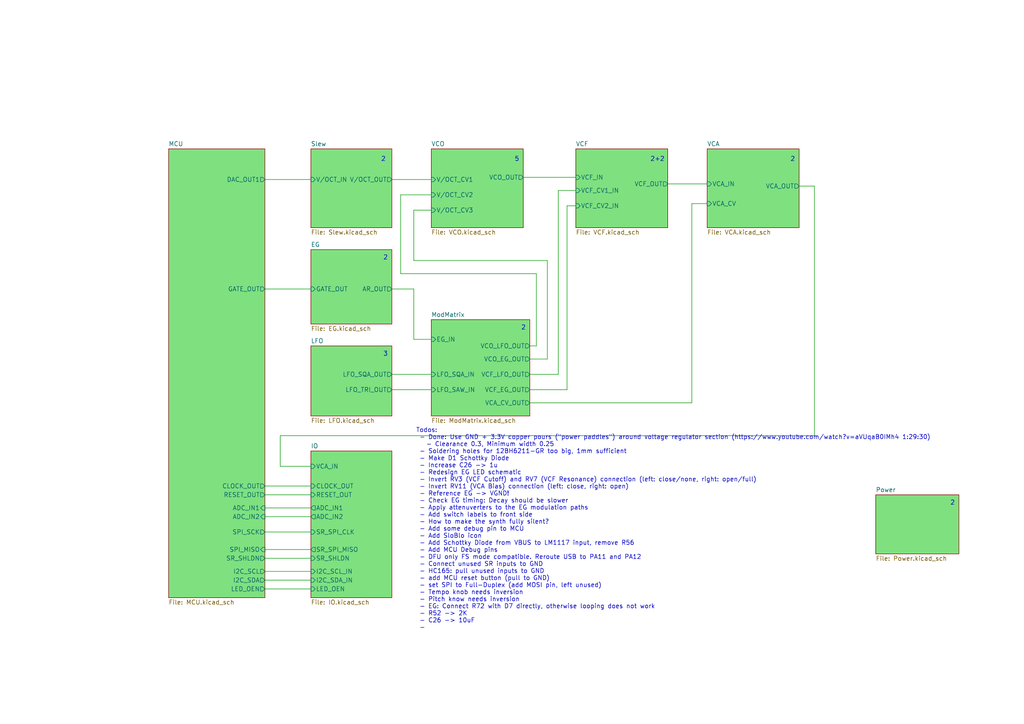
<source format=kicad_sch>
(kicad_sch (version 20211123) (generator eeschema)
  (paper "A4")
  (title_block (title "LivSynth") (date "2022-07-18") (rev "${Version}") (company "SloBlo Labs"))
  (lib_symbols)
  (wire (pts (xy 200.66 59.055) (xy 205.105 59.055)))
  (wire (pts (xy 76.835 52.07) (xy 90.17 52.07)))
  (wire (pts (xy 120.015 98.425) (xy 125.095 98.425)))
  (wire (pts (xy 153.67 100.33) (xy 155.575 100.33)))
  (wire (pts (xy 164.465 113.03) (xy 164.465 59.69)))
  (wire (pts (xy 113.665 52.07) (xy 125.095 52.07)))
  (wire (pts (xy 161.925 108.585) (xy 161.925 55.245)))
  (wire (pts (xy 158.75 75.565) (xy 120.015 75.565)))
  (wire (pts (xy 158.75 104.14) (xy 158.75 75.565)))
  (wire (pts (xy 113.665 108.585) (xy 125.095 108.585)))
  (wire (pts (xy 76.835 159.385) (xy 90.17 159.385)))
  (wire (pts (xy 153.67 113.03) (xy 164.465 113.03)))
  (wire (pts (xy 76.835 170.815) (xy 90.17 170.815)))
  (wire (pts (xy 76.835 165.735) (xy 90.17 165.735)))
  (wire (pts (xy 161.925 55.245) (xy 167.005 55.245)))
  (wire (pts (xy 200.66 59.055) (xy 200.66 116.84)))
  (wire (pts (xy 120.015 75.565) (xy 120.015 60.96)))
  (wire (pts (xy 153.67 104.14) (xy 158.75 104.14)))
  (wire (pts (xy 236.22 53.975) (xy 231.775 53.975)))
  (wire (pts (xy 76.835 143.51) (xy 90.17 143.51)))
  (wire (pts (xy 193.675 53.34) (xy 205.105 53.34)))
  (wire (pts (xy 116.205 79.375) (xy 116.205 56.515)))
  (wire (pts (xy 76.835 149.86) (xy 90.17 149.86)))
  (wire (pts (xy 90.17 135.255) (xy 81.28 135.255)))
  (wire (pts (xy 113.665 113.03) (xy 125.095 113.03)))
  (wire (pts (xy 164.465 59.69) (xy 167.005 59.69)))
  (wire (pts (xy 155.575 79.375) (xy 116.205 79.375)))
  (wire (pts (xy 113.665 83.82) (xy 120.015 83.82)))
  (wire (pts (xy 153.67 116.84) (xy 200.66 116.84)))
  (wire (pts (xy 120.015 60.96) (xy 125.095 60.96)))
  (wire (pts (xy 151.765 51.435) (xy 167.005 51.435)))
  (wire (pts (xy 76.835 161.925) (xy 90.17 161.925)))
  (wire (pts (xy 81.28 126.365) (xy 236.22 126.365)))
  (wire (pts (xy 120.015 83.82) (xy 120.015 98.425)))
  (wire (pts (xy 76.835 140.97) (xy 90.17 140.97)))
  (wire (pts (xy 76.835 154.305) (xy 90.17 154.305)))
  (wire (pts (xy 155.575 100.33) (xy 155.575 79.375)))
  (wire (pts (xy 81.28 135.255) (xy 81.28 126.365)))
  (wire (pts (xy 116.205 56.515) (xy 125.095 56.515)))
  (wire (pts (xy 76.835 83.82) (xy 90.17 83.82)))
  (wire (pts (xy 236.22 126.365) (xy 236.22 53.975)))
  (wire (pts (xy 76.835 147.32) (xy 90.17 147.32)))
  (wire (pts (xy 153.67 108.585) (xy 161.925 108.585)))
  (wire (pts (xy 76.835 168.275) (xy 90.17 168.275)))
  (text "2" (at 110.49 46.99 0) (effects (font (size 1.27 1.27)) (justify left bottom)))
  (text "2" (at 111.125 75.565 0) (effects (font (size 1.27 1.27)) (justify left bottom)))
  (text "3" (at 111.125 103.505 0) (effects (font (size 1.27 1.27)) (justify left bottom)))
  (text "2" (at 151.13 95.885 0) (effects (font (size 1.27 1.27)) (justify left bottom)))
  (text "Todos:\n - Done: Use GND + 3.3V copper pours (\"power paddles\") around voltage regulator section (https://www.youtube.com/watch?v=aVUqaB0IMh4 1:29:30)\n   - Clearance 0.3, Minimum width 0.25\n - Soldering holes for 12BH6211-GR too big, 1mm sufficient\n - Make D1 Schottky Diode\n - Increase C26 -> 1u\n - Redesign EG LED schematic\n - Invert RV3 (VCF Cutoff) and RV7 (VCF Resonance) connection (left: close/none, right: open/full)\n - Invert RV11 (VCA Bias) connection (left: close, right: open)\n - Reference EG -> VGND!\n - Check EG timing: Decay should be slower\n - Apply attenuverters to the EG modulation paths\n - Add switch labels to front side\n - How to make the synth fully silent?\n - Add some debug pin to MCU\n - Add SloBlo icon\n - Add Schottky Diode from VBUS to LM1117 input, remove R56\n - Add MCU Debug pins\n - DFU only FS mode compatible. Reroute USB to PA11 and PA12\n - Connect unused SR inputs to GND\n - HC165: pull unused inputs to GND\n - add MCU reset button (pull to GND)\n - set SPI to Full-Duplex (add MOSI pin, left unused)\n - Tempo knob needs inversion\n - Pitch know needs inversion\n - EG: Connect R72 with D7 directly, otherwise looping does not work\n - R52 -> 2K\n - C26 -> 10uF\n - " (at 120.65 182.88 0) (effects (font (size 1.27 1.27)) (justify left bottom)))
  (text "2+2" (at 188.595 46.99 0) (effects (font (size 1.27 1.27)) (justify left bottom)))
  (text "2" (at 275.59 146.685 0) (effects (font (size 1.27 1.27)) (justify left bottom)))
  (text "5" (at 149.225 46.99 0) (effects (font (size 1.27 1.27)) (justify left bottom)))
  (text "2" (at 229.235 46.99 0) (effects (font (size 1.27 1.27)) (justify left bottom)))
  (sheet (at 167.005 43.18) (size 26.67 22.86) (stroke (width 0.1524)) (fill (color 0 194 0 0.5000))
    (property "Sheet name" "VCF" (at 167.005 42.4684 0) (effects (justify left bottom)))
    (property "Sheet file" "VCF.kicad_sch" (at 167.005 66.6246 0) (effects (justify left top)))
    (pin "VCF_IN" input (at 167.005 51.435 180))
    (pin "VCF_OUT" output (at 193.675 53.34 0))
    (pin "VCF_CV1_IN" input (at 167.005 55.245 180))
    (pin "VCF_CV2_IN" input (at 167.005 59.69 180))
  )
  (sheet (at 254 143.51) (size 24.13 17.145) (stroke (width 0.1524)) (fill (color 0 194 0 0.5000))
    (property "Sheet name" "Power" (at 254 142.7984 0) (effects (justify left bottom)))
    (property "Sheet file" "Power.kicad_sch" (at 254 161.2396 0) (effects (justify left top)))
  )
  (sheet (at 90.17 130.81) (size 23.495 42.545) (stroke (width 0.1524)) (fill (color 0 194 0 0.5000))
    (property "Sheet name" "IO" (at 90.17 130.0984 0) (effects (justify left bottom)))
    (property "Sheet file" "IO.kicad_sch" (at 90.17 173.9396 0) (effects (justify left top)))
    (pin "VCA_IN" input (at 90.17 135.255 180))
    (pin "SR_SPI_CLK" input (at 90.17 154.305 180))
    (pin "SR_SHLDN" input (at 90.17 161.925 180))
    (pin "SR_SPI_MISO" output (at 90.17 159.385 180))
    (pin "I2C_SCL_IN" input (at 90.17 165.735 180))
    (pin "I2C_SDA_IN" input (at 90.17 168.275 180))
    (pin "LED_OEN" input (at 90.17 170.815 180))
    (pin "ADC_IN1" output (at 90.17 147.32 180))
    (pin "ADC_IN2" output (at 90.17 149.86 180))
    (pin "CLOCK_OUT" input (at 90.17 140.97 180))
    (pin "RESET_OUT" input (at 90.17 143.51 180))
  )
  (sheet (at 90.17 72.39) (size 23.495 21.59) (stroke (width 0.1524)) (fill (color 0 194 0 0.5000))
    (property "Sheet name" "EG" (at 90.17 71.6784 0) (effects (justify left bottom)))
    (property "Sheet file" "EG.kicad_sch" (at 90.17 94.5646 0) (effects (justify left top)))
    (pin "GATE_OUT" input (at 90.17 83.82 180))
    (pin "AR_OUT" output (at 113.665 83.82 0))
  )
  (sheet (at 48.895 43.18) (size 27.94 130.175) (stroke (width 0.1524)) (fill (color 0 194 0 0.5000))
    (property "Sheet name" "MCU" (at 48.895 42.4684 0) (effects (justify left bottom)))
    (property "Sheet file" "MCU.kicad_sch" (at 48.895 173.9396 0) (effects (justify left top)))
    (pin "GATE_OUT" output (at 76.835 83.82 0))
    (pin "DAC_OUT1" output (at 76.835 52.07 0))
    (pin "CLOCK_OUT" output (at 76.835 140.97 0))
    (pin "RESET_OUT" output (at 76.835 143.51 0))
    (pin "ADC_IN1" input (at 76.835 147.32 0))
    (pin "ADC_IN2" input (at 76.835 149.86 0))
    (pin "SPI_SCK" output (at 76.835 154.305 0))
    (pin "SPI_MISO" input (at 76.835 159.385 0))
    (pin "I2C_SDA" output (at 76.835 168.275 0))
    (pin "I2C_SCL" output (at 76.835 165.735 0))
    (pin "LED_OEN" output (at 76.835 170.815 0))
    (pin "SR_SHLDN" output (at 76.835 161.925 0))
  )
  (sheet (at 90.17 43.18) (size 23.495 22.86) (stroke (width 0.1524)) (fill (color 0 194 0 0.5000))
    (property "Sheet name" "Slew" (at 90.17 42.4684 0) (effects (justify left bottom)))
    (property "Sheet file" "Slew.kicad_sch" (at 90.17 66.6246 0) (effects (justify left top)))
    (pin "V{slash}OCT_IN" input (at 90.17 52.07 180))
    (pin "V{slash}OCT_OUT" output (at 113.665 52.07 0))
  )
  (sheet (at 205.105 43.18) (size 26.67 22.86) (stroke (width 0.1524)) (fill (color 0 194 0 0.5000))
    (property "Sheet name" "VCA" (at 205.105 42.4684 0) (effects (justify left bottom)))
    (property "Sheet file" "VCA.kicad_sch" (at 205.105 66.6246 0) (effects (justify left top)))
    (pin "VCA_IN" input (at 205.105 53.34 180))
    (pin "VCA_CV" input (at 205.105 59.055 180))
    (pin "VCA_OUT" output (at 231.775 53.975 0))
  )
  (sheet (at 90.17 100.33) (size 23.495 20.32) (stroke (width 0.1524)) (fill (color 0 194 0 0.5000))
    (property "Sheet name" "LFO" (at 90.17 99.6184 0) (effects (justify left bottom)))
    (property "Sheet file" "LFO.kicad_sch" (at 90.17 121.2346 0) (effects (justify left top)))
    (pin "LFO_SQA_OUT" output (at 113.665 108.585 0))
    (pin "LFO_TRI_OUT" output (at 113.665 113.03 0))
  )
  (sheet (at 125.095 43.18) (size 26.67 22.86) (stroke (width 0.1524)) (fill (color 0 194 0 0.5000))
    (property "Sheet name" "VCO" (at 125.095 42.4684 0) (effects (justify left bottom)))
    (property "Sheet file" "VCO.kicad_sch" (at 125.095 66.6246 0) (effects (justify left top)))
    (pin "VCO_OUT" output (at 151.765 51.435 0))
    (pin "V{slash}OCT_CV1" input (at 125.095 52.07 180))
    (pin "V{slash}OCT_CV2" input (at 125.095 56.515 180))
    (pin "V{slash}OCT_CV3" input (at 125.095 60.96 180))
  )
  (sheet (at 125.095 92.71) (size 28.575 27.94) (stroke (width 0.1524)) (fill (color 0 194 0 0.5000))
    (property "Sheet name" "ModMatrix" (at 125.095 91.9984 0) (effects (justify left bottom)))
    (property "Sheet file" "ModMatrix.kicad_sch" (at 125.095 121.2346 0) (effects (justify left top)))
    (pin "VCA_CV_OUT" output (at 153.67 116.84 0))
    (pin "VCF_EG_OUT" output (at 153.67 113.03 0))
    (pin "LFO_SQA_IN" input (at 125.095 108.585 180))
    (pin "EG_IN" input (at 125.095 98.425 180))
    (pin "LFO_SAW_IN" input (at 125.095 113.03 180))
    (pin "VCO_LFO_OUT" output (at 153.67 100.33 0))
    (pin "VCO_EG_OUT" output (at 153.67 104.14 0))
    (pin "VCF_LFO_OUT" output (at 153.67 108.585 0))
  )
)
</source>
